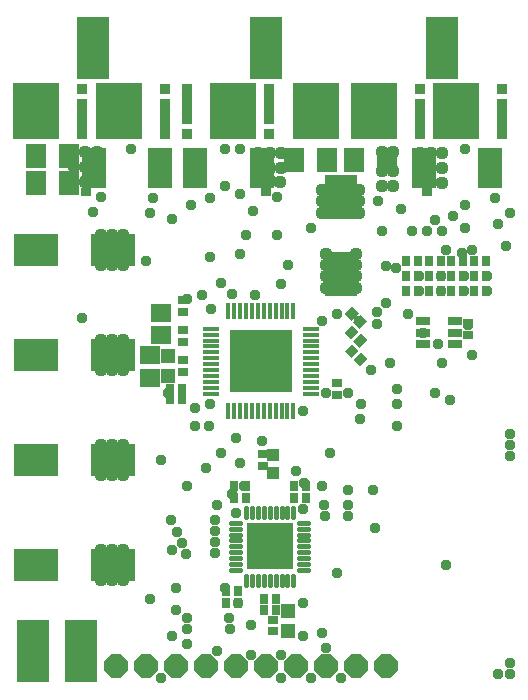
<source format=gbr>
G04 EAGLE Gerber RS-274X export*
G75*
%MOMM*%
%FSLAX34Y34*%
%LPD*%
%INSoldermask Top*%
%IPPOS*%
%AMOC8*
5,1,8,0,0,1.08239X$1,22.5*%
G01*
G04 Define Apertures*
%ADD10R,0.803200X0.903200*%
%ADD11R,0.903200X0.803200*%
%ADD12R,1.703200X1.503200*%
%ADD13R,1.803200X2.003200*%
%ADD14R,3.703200X2.703200*%
%ADD15R,2.703200X3.703200*%
%ADD16R,1.003200X1.003200*%
%ADD17R,1.303200X1.203200*%
%ADD18R,2.743200X5.283200*%
%ADD19R,0.889200X3.453200*%
%ADD20R,0.889200X0.913200*%
%ADD21R,4.003200X4.723200*%
%ADD22R,2.003200X3.403200*%
%ADD23R,0.431800X1.346200*%
%ADD24R,1.346200X0.431800*%
%ADD25R,5.373200X5.373200*%
%ADD26R,1.203200X0.753200*%
%ADD27C,0.433200*%
%ADD28R,3.903200X3.903200*%
%ADD29P,2.144431X8X112.500000*%
%ADD30C,2.108200*%
%ADD31P,2.281895X8X22.500000*%
%ADD32P,2.281895X8X292.500000*%
%ADD33C,0.959600*%
%ADD34C,1.109600*%
D10*
X398225Y355600D03*
X408225Y355600D03*
D11*
X152400Y309800D03*
X152400Y299800D03*
X152400Y274400D03*
X152400Y284400D03*
D12*
X133350Y306026D03*
X133350Y325026D03*
X123825Y288900D03*
X123825Y269900D03*
D10*
G36*
X302339Y323172D02*
X308019Y317492D01*
X301633Y311106D01*
X295953Y316786D01*
X302339Y323172D01*
G37*
G36*
X295267Y330244D02*
X300947Y324564D01*
X294561Y318178D01*
X288881Y323858D01*
X295267Y330244D01*
G37*
G36*
X302339Y291422D02*
X308019Y285742D01*
X301633Y279356D01*
X295953Y285036D01*
X302339Y291422D01*
G37*
G36*
X295267Y298494D02*
X300947Y292814D01*
X294561Y286428D01*
X288881Y292108D01*
X295267Y298494D01*
G37*
X230425Y82550D03*
X220425Y82550D03*
X230425Y73025D03*
X220425Y73025D03*
X198675Y79375D03*
X188675Y79375D03*
X198675Y88900D03*
X188675Y88900D03*
X379175Y355600D03*
X389175Y355600D03*
X245825Y177800D03*
X255825Y177800D03*
X245825Y168275D03*
X255825Y168275D03*
X205025Y177800D03*
X195025Y177800D03*
X205025Y168275D03*
X195025Y168275D03*
D13*
X27275Y457200D03*
X55275Y457200D03*
X297150Y454025D03*
X325150Y454025D03*
X27275Y434975D03*
X55275Y434975D03*
X274350Y454025D03*
X246350Y454025D03*
D10*
X360125Y355600D03*
X370125Y355600D03*
D14*
X27825Y288925D03*
X92825Y288925D03*
X27825Y111125D03*
X92825Y111125D03*
X27825Y377825D03*
X92825Y377825D03*
X27825Y200025D03*
X92825Y200025D03*
D15*
X285750Y423025D03*
X285750Y358025D03*
D10*
X341075Y355600D03*
X351075Y355600D03*
D11*
X393700Y306150D03*
X393700Y316150D03*
D10*
X151050Y251826D03*
X141050Y251826D03*
D11*
X152400Y325200D03*
X152400Y335200D03*
X282575Y265350D03*
X282575Y255350D03*
D10*
X151050Y260350D03*
X141050Y260350D03*
D16*
X228600Y204350D03*
X228600Y189350D03*
D17*
X241300Y72000D03*
X241300Y55000D03*
D18*
X76200Y549275D03*
X222250Y549275D03*
X371475Y549275D03*
D19*
X66850Y488950D03*
D20*
X66850Y514350D03*
D21*
X27750Y495300D03*
D19*
X136700Y488950D03*
D20*
X136700Y514350D03*
D21*
X97600Y495300D03*
D19*
X225250Y501650D03*
D20*
X225250Y476250D03*
D21*
X264350Y495300D03*
D19*
X155400Y501650D03*
D20*
X155400Y476250D03*
D21*
X194500Y495300D03*
D19*
X353046Y488950D03*
D20*
X353046Y514350D03*
D21*
X313946Y495300D03*
D19*
X422450Y488950D03*
D20*
X422450Y514350D03*
D21*
X383350Y495300D03*
D10*
X398225Y368300D03*
X408225Y368300D03*
D11*
X219576Y195025D03*
X219576Y205025D03*
D17*
X139698Y270900D03*
X139698Y287900D03*
D22*
X76775Y447675D03*
X132775Y447675D03*
X356175Y447675D03*
X412175Y447675D03*
D10*
X408225Y342900D03*
X398225Y342900D03*
X379175Y368300D03*
X389175Y368300D03*
X389175Y342900D03*
X379175Y342900D03*
X360125Y368300D03*
X370125Y368300D03*
X370125Y342900D03*
X360125Y342900D03*
X341075Y368300D03*
X351075Y368300D03*
X351075Y342900D03*
X341075Y342900D03*
D11*
X228600Y55001D03*
X228600Y65001D03*
D23*
X190500Y241300D03*
X195500Y241300D03*
X200500Y241300D03*
X205500Y241300D03*
X210500Y241300D03*
X215500Y241300D03*
X220500Y241300D03*
X225500Y241300D03*
X230500Y241300D03*
X235500Y241300D03*
X240500Y241300D03*
X245500Y241300D03*
X190500Y326300D03*
X195500Y326300D03*
X200500Y326300D03*
X205500Y326300D03*
X210500Y326300D03*
X215500Y326300D03*
X220500Y326300D03*
X225500Y326300D03*
X230500Y326300D03*
X235500Y326300D03*
X240500Y326300D03*
X245500Y326300D03*
D24*
X260500Y311300D03*
X260500Y306300D03*
X260500Y301300D03*
X260500Y296300D03*
X260500Y291300D03*
X260500Y286300D03*
X260500Y281300D03*
X260500Y276300D03*
X260500Y271300D03*
X260500Y266300D03*
X260500Y261300D03*
X260500Y256300D03*
X175500Y311300D03*
X175500Y306300D03*
X175500Y301300D03*
X175500Y296300D03*
X175500Y291300D03*
X175500Y286300D03*
X175500Y281300D03*
X175500Y276300D03*
X175500Y271300D03*
X175500Y266300D03*
X175500Y261300D03*
X175500Y256300D03*
D25*
X218000Y283800D03*
D26*
X355600Y317500D03*
X355600Y308000D03*
X355600Y298500D03*
X382600Y317500D03*
X382600Y308000D03*
X382600Y298500D03*
D27*
X205425Y101850D02*
X205425Y94150D01*
X210425Y94150D02*
X210425Y101850D01*
X215425Y101850D02*
X215425Y94150D01*
X220425Y94150D02*
X220425Y101850D01*
X225425Y101850D02*
X225425Y94150D01*
X230425Y94150D02*
X230425Y101850D01*
X235425Y101850D02*
X235425Y94150D01*
X240425Y94150D02*
X240425Y101850D01*
X245425Y101850D02*
X245425Y94150D01*
X250575Y107000D02*
X258275Y107000D01*
X258275Y112000D02*
X250575Y112000D01*
X250575Y117000D02*
X258275Y117000D01*
X258275Y122000D02*
X250575Y122000D01*
X250575Y127000D02*
X258275Y127000D01*
X258275Y132000D02*
X250575Y132000D01*
X250575Y137000D02*
X258275Y137000D01*
X258275Y142000D02*
X250575Y142000D01*
X250575Y147000D02*
X258275Y147000D01*
X245425Y152150D02*
X245425Y159850D01*
X240425Y159850D02*
X240425Y152150D01*
X235425Y152150D02*
X235425Y159850D01*
X230425Y159850D02*
X230425Y152150D01*
X225425Y152150D02*
X225425Y159850D01*
X220425Y159850D02*
X220425Y152150D01*
X215425Y152150D02*
X215425Y159850D01*
X210425Y159850D02*
X210425Y152150D01*
X205425Y152150D02*
X205425Y159850D01*
X200275Y147000D02*
X192575Y147000D01*
X192575Y142000D02*
X200275Y142000D01*
X200275Y137000D02*
X192575Y137000D01*
X192575Y132000D02*
X200275Y132000D01*
X200275Y127000D02*
X192575Y127000D01*
X192575Y122000D02*
X200275Y122000D01*
X200275Y117000D02*
X192575Y117000D01*
X192575Y112000D02*
X200275Y112000D01*
X200225Y107000D02*
X192525Y107000D01*
D28*
X225425Y127000D03*
D18*
X66040Y38100D03*
X24765Y38100D03*
D10*
G36*
X302339Y307297D02*
X308019Y301617D01*
X301633Y295231D01*
X295953Y300911D01*
X302339Y307297D01*
G37*
G36*
X295267Y314369D02*
X300947Y308689D01*
X294561Y302303D01*
X288881Y307983D01*
X295267Y314369D01*
G37*
D22*
X218500Y447675D03*
X162500Y447675D03*
D29*
X95250Y25400D03*
X120650Y25400D03*
X146050Y25400D03*
X171450Y25400D03*
X196850Y25400D03*
X222250Y25400D03*
X247650Y25400D03*
X273050Y25400D03*
X298450Y25400D03*
X323850Y25400D03*
D11*
X222250Y437151D03*
X222250Y427151D03*
X358775Y436800D03*
X358775Y426800D03*
X69850Y436800D03*
X69850Y426800D03*
D30*
X34925Y111125D03*
D31*
X85725Y111125D03*
D30*
X34925Y200025D03*
D31*
X85725Y200025D03*
D30*
X34925Y288925D03*
D31*
X85725Y288925D03*
D30*
X34925Y377825D03*
D31*
X85725Y377825D03*
D30*
X285750Y415925D03*
D32*
X285750Y365125D03*
D33*
X409575Y355600D03*
X409575Y342900D03*
X389919Y342900D03*
X389919Y355600D03*
X370869Y355600D03*
X370869Y342900D03*
X351819Y342900D03*
X351819Y355600D03*
X342900Y323850D03*
X311150Y276225D03*
X327025Y282575D03*
X355600Y307975D03*
X323850Y333375D03*
X390525Y396875D03*
X415925Y422275D03*
X390525Y415925D03*
X390525Y463550D03*
X317500Y419100D03*
X260350Y396875D03*
X187325Y463550D03*
X187325Y431800D03*
X200025Y463550D03*
X200025Y425450D03*
X174625Y422275D03*
X200025Y374650D03*
X158750Y415925D03*
X123825Y409575D03*
X333375Y260350D03*
X371475Y282575D03*
X292100Y257175D03*
X273050Y257175D03*
X200025Y197556D03*
X219075Y216606D03*
X155575Y177800D03*
X196850Y219075D03*
X184150Y206375D03*
X171450Y193675D03*
X161925Y244475D03*
X161925Y228600D03*
X133350Y200025D03*
X142875Y123825D03*
X146050Y73025D03*
X146050Y92075D03*
X142875Y50800D03*
X155575Y44450D03*
X180975Y38100D03*
X133350Y15875D03*
X254000Y79375D03*
X234950Y15875D03*
X260350Y15875D03*
X234950Y34925D03*
X209550Y34925D03*
X269875Y53975D03*
X273050Y41275D03*
X333375Y228600D03*
X396875Y288925D03*
X301625Y234950D03*
X292100Y174625D03*
X254000Y241300D03*
X269875Y177800D03*
X254000Y158750D03*
X254131Y180975D03*
X193806Y171450D03*
X196981Y155575D03*
X181106Y161925D03*
X139700Y257175D03*
X393700Y314456D03*
X365125Y403356D03*
X82550Y422406D03*
X155524Y336499D03*
X174625Y372054D03*
X320675Y393700D03*
X269875Y317500D03*
X174625Y247650D03*
X276225Y206375D03*
X282575Y104775D03*
X377825Y250825D03*
X365259Y257041D03*
X120650Y368300D03*
X107950Y463550D03*
D34*
X352425Y447675D03*
X352425Y460375D03*
X361950Y447675D03*
X361950Y460375D03*
X371475Y447675D03*
X371475Y434975D03*
X371475Y460375D03*
X215900Y447675D03*
X215900Y460375D03*
X225425Y460375D03*
X234950Y460375D03*
X225425Y447675D03*
X234950Y447675D03*
X215407Y435468D03*
X234457Y435468D03*
X59832Y435468D03*
X78882Y435468D03*
X78882Y448168D03*
X78882Y460868D03*
X59832Y460868D03*
X69357Y460868D03*
X69357Y448168D03*
X59832Y448168D03*
X320182Y460868D03*
X329707Y460868D03*
X329707Y432293D03*
X320182Y444993D03*
X329707Y444993D03*
X320182Y432293D03*
D33*
X346075Y393700D03*
X419100Y400050D03*
X374650Y377825D03*
X397073Y377825D03*
X168240Y339821D03*
X205260Y390525D03*
D34*
X298196Y374650D03*
D33*
X184181Y349804D03*
X209550Y60325D03*
X187325Y92075D03*
D34*
X218582Y282686D03*
X205882Y282686D03*
X205882Y295386D03*
X218582Y295386D03*
X231282Y295386D03*
X231282Y282686D03*
X231282Y269986D03*
X218582Y269986D03*
X205882Y269986D03*
X224932Y127111D03*
X212232Y127111D03*
X237632Y127111D03*
X224932Y139811D03*
X212232Y139811D03*
X237632Y139811D03*
X237632Y114411D03*
X224932Y114411D03*
X212232Y114411D03*
X82550Y123825D03*
X92075Y123825D03*
X101600Y123825D03*
X101600Y111125D03*
X101600Y98425D03*
X92075Y98425D03*
X82550Y98425D03*
X101600Y200025D03*
X101600Y288925D03*
X82550Y187325D03*
X92075Y187325D03*
X101600Y187325D03*
X101600Y212725D03*
X92075Y212725D03*
X82550Y212725D03*
X82550Y301625D03*
X92075Y301625D03*
X101600Y301625D03*
X101600Y276225D03*
X92075Y276225D03*
X82550Y276225D03*
X101600Y377825D03*
X101600Y365125D03*
X92075Y365125D03*
X82550Y365125D03*
X82550Y390525D03*
X92075Y390525D03*
X101600Y390525D03*
D33*
X126453Y422275D03*
X285749Y15995D03*
X428625Y19050D03*
X428625Y28575D03*
X419100Y19050D03*
X428625Y203200D03*
X428625Y212725D03*
X428625Y222250D03*
X241300Y365125D03*
X425450Y381000D03*
D34*
X123825Y269875D03*
D33*
X211175Y411172D03*
X231437Y422406D03*
D34*
X225425Y436207D03*
X361950Y435856D03*
X352155Y435245D03*
X69357Y435856D03*
D33*
X368300Y298450D03*
X231775Y390525D03*
X336550Y412750D03*
X142875Y403804D03*
X76200Y409706D03*
X374650Y111125D03*
D34*
X298196Y365125D03*
X298196Y355600D03*
X298196Y346075D03*
X285496Y346075D03*
X272796Y346075D03*
X272796Y374650D03*
X272796Y365125D03*
X272796Y355600D03*
D33*
X66675Y320675D03*
X203331Y177800D03*
X247650Y190500D03*
X123825Y82550D03*
X198675Y79375D03*
X333375Y247650D03*
X302514Y247650D03*
X174016Y229209D03*
D34*
X15394Y482600D03*
X28094Y482600D03*
X28094Y492125D03*
X28094Y501650D03*
X28094Y511175D03*
X15394Y511175D03*
X15394Y501650D03*
X15394Y492125D03*
X40794Y492125D03*
X40794Y501650D03*
X40794Y511175D03*
X40794Y482600D03*
X269394Y409575D03*
X278919Y409575D03*
X291619Y409575D03*
X301144Y409575D03*
X269394Y419100D03*
X269394Y428625D03*
X278919Y428625D03*
X301144Y419100D03*
X301144Y428625D03*
X291619Y428625D03*
D33*
X428625Y409575D03*
X155575Y57150D03*
X191792Y56909D03*
X142216Y149225D03*
X178887Y149225D03*
X154460Y120650D03*
X178887Y121769D03*
X254000Y51125D03*
X300914Y318211D03*
X193350Y340877D03*
X381000Y406372D03*
X387985Y375511D03*
X332769Y362602D03*
X371486Y393689D03*
X212725Y339725D03*
X316205Y315620D03*
X155575Y66675D03*
X190980Y65997D03*
X323681Y364269D03*
X358764Y393689D03*
X282214Y323878D03*
X175870Y328270D03*
X147348Y139263D03*
X178887Y139945D03*
X150904Y130175D03*
X178887Y130857D03*
X271243Y161925D03*
X292100Y162097D03*
X314379Y142821D03*
X313182Y174625D03*
X271843Y152400D03*
X291599Y153009D03*
X316132Y325145D03*
X234660Y349540D03*
M02*

</source>
